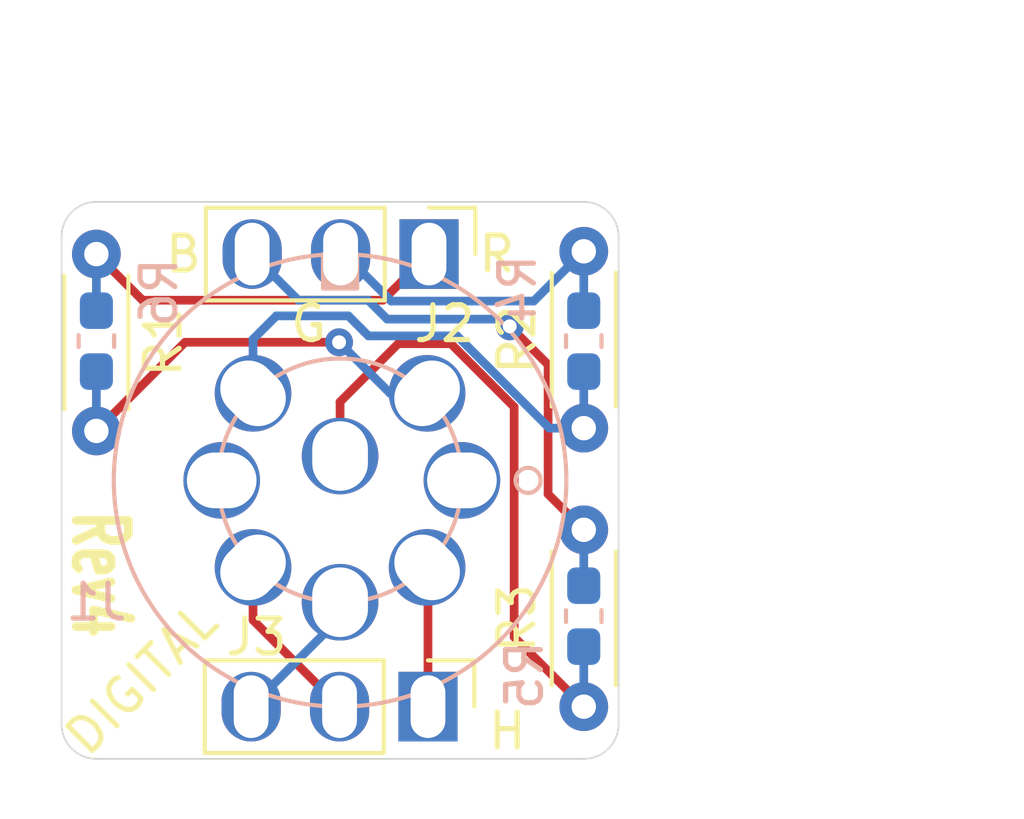
<source format=kicad_pcb>
(kicad_pcb (version 20171130) (host pcbnew "(5.1.6)-1")

  (general
    (thickness 1.6)
    (drawings 17)
    (tracks 47)
    (zones 0)
    (modules 9)
    (nets 10)
  )

  (page A4)
  (layers
    (0 F.Cu signal)
    (31 B.Cu signal)
    (32 B.Adhes user)
    (33 F.Adhes user)
    (34 B.Paste user)
    (35 F.Paste user)
    (36 B.SilkS user)
    (37 F.SilkS user)
    (38 B.Mask user)
    (39 F.Mask user)
    (40 Dwgs.User user)
    (41 Cmts.User user)
    (42 Eco1.User user)
    (43 Eco2.User user)
    (44 Edge.Cuts user)
    (45 Margin user)
    (46 B.CrtYd user)
    (47 F.CrtYd user)
    (48 B.Fab user)
    (49 F.Fab user)
  )

  (setup
    (last_trace_width 0.25)
    (trace_clearance 0.2)
    (zone_clearance 0.508)
    (zone_45_only no)
    (trace_min 0.2)
    (via_size 0.8)
    (via_drill 0.4)
    (via_min_size 0.4)
    (via_min_drill 0.3)
    (uvia_size 0.3)
    (uvia_drill 0.1)
    (uvias_allowed no)
    (uvia_min_size 0.2)
    (uvia_min_drill 0.1)
    (edge_width 0.05)
    (segment_width 0.2)
    (pcb_text_width 0.3)
    (pcb_text_size 1.5 1.5)
    (mod_edge_width 0.12)
    (mod_text_size 1 1)
    (mod_text_width 0.15)
    (pad_size 2 1.7)
    (pad_drill 1.8)
    (pad_to_mask_clearance 0.05)
    (aux_axis_origin 125 110)
    (grid_origin 125 110)
    (visible_elements 7FFFFFFF)
    (pcbplotparams
      (layerselection 0x010f0_ffffffff)
      (usegerberextensions true)
      (usegerberattributes true)
      (usegerberadvancedattributes true)
      (creategerberjobfile false)
      (excludeedgelayer true)
      (linewidth 0.100000)
      (plotframeref false)
      (viasonmask false)
      (mode 1)
      (useauxorigin false)
      (hpglpennumber 1)
      (hpglpenspeed 20)
      (hpglpendiameter 15.000000)
      (psnegative false)
      (psa4output false)
      (plotreference true)
      (plotvalue true)
      (plotinvisibletext false)
      (padsonsilk false)
      (subtractmaskfromsilk false)
      (outputformat 1)
      (mirror false)
      (drillshape 0)
      (scaleselection 1)
      (outputdirectory "gerber/"))
  )

  (net 0 "")
  (net 1 B)
  (net 2 R)
  (net 3 G)
  (net 4 V)
  (net 5 H)
  (net 6 GND)
  (net 7 "Net-(J1-Pad8)")
  (net 8 "Net-(J1-Pad6)")
  (net 9 "Net-(J1-Pad7)")

  (net_class Default "This is the default net class."
    (clearance 0.2)
    (trace_width 0.25)
    (via_dia 0.8)
    (via_drill 0.4)
    (uvia_dia 0.3)
    (uvia_drill 0.1)
    (add_net B)
    (add_net G)
    (add_net GND)
    (add_net H)
    (add_net "Net-(J1-Pad6)")
    (add_net "Net-(J1-Pad7)")
    (add_net "Net-(J1-Pad8)")
    (add_net R)
    (add_net V)
  )

  (module ryuk_lib:DIN8_PLG_PCB (layer B.Cu) (tedit 6287CCC0) (tstamp 62572B75)
    (at 133 102 180)
    (path /6256C9D1)
    (fp_text reference J1 (at 7 -3.5) (layer B.SilkS)
      (effects (font (size 1 1) (thickness 0.15)) (justify mirror))
    )
    (fp_text value DIGITAL (at 0 0.5) (layer B.Fab)
      (effects (font (size 1 1) (thickness 0.15)) (justify mirror))
    )
    (fp_poly (pts (xy 0.5 5.5) (xy -0.5 5.5) (xy -0.5 6.5) (xy 0.5 6.5)) (layer B.SilkS) (width 0.1))
    (fp_circle (center 0 0) (end 6.5 0) (layer B.SilkS) (width 0.12))
    (fp_circle (center 0 0) (end 3.5 0) (layer B.SilkS) (width 0.12))
    (fp_circle (center -5.4 0) (end -5.1 -0.2) (layer B.SilkS) (width 0.12))
    (pad 8 thru_hole circle (at 0 0.7 180) (size 2.2 2.2) (drill oval 1.6 2) (layers *.Cu *.Mask)
      (net 7 "Net-(J1-Pad8)"))
    (pad 6 thru_hole circle (at -2.5 2.5 135) (size 2.2 2.2) (drill oval 1.6 2) (layers *.Cu *.Mask)
      (net 8 "Net-(J1-Pad6)"))
    (pad 7 thru_hole circle (at 2.5 2.5 45) (size 2.2 2.2) (drill oval 1.6 2) (layers *.Cu *.Mask)
      (net 9 "Net-(J1-Pad7)"))
    (pad 5 thru_hole circle (at 2.5 -2.5 135) (size 2.2 2.2) (drill oval 1.6 2) (layers *.Cu *.Mask)
      (net 4 V))
    (pad 4 thru_hole circle (at -2.5 -2.5 45) (size 2.2 2.2) (drill oval 1.6 2) (layers *.Cu *.Mask)
      (net 5 H))
    (pad 2 thru_hole circle (at 0 -3.5 180) (size 2.2 2.2) (drill oval 1.6 2) (layers *.Cu *.Mask)
      (net 6 GND))
    (pad 1 thru_hole circle (at -3.5 0 90) (size 2.2 2.2) (drill oval 1.6 2) (layers *.Cu *.Mask))
    (pad 3 thru_hole circle (at 3.4 0 90) (size 2.2 2.2) (drill oval 1.6 2) (layers *.Cu *.Mask))
  )

  (module Resistor_THT:R_Axial_DIN0204_L3.6mm_D1.6mm_P5.08mm_Horizontal (layer F.Cu) (tedit 5AE5139B) (tstamp 62572BF7)
    (at 140 108.5 90)
    (descr "Resistor, Axial_DIN0204 series, Axial, Horizontal, pin pitch=5.08mm, 0.167W, length*diameter=3.6*1.6mm^2, http://cdn-reichelt.de/documents/datenblatt/B400/1_4W%23YAG.pdf")
    (tags "Resistor Axial_DIN0204 series Axial Horizontal pin pitch 5.08mm 0.167W length 3.6mm diameter 1.6mm")
    (path /62580A98)
    (fp_text reference R3 (at 2.54 -1.92 90) (layer F.SilkS)
      (effects (font (size 1 1) (thickness 0.15)))
    )
    (fp_text value 150R (at 2.54 1.92 90) (layer F.Fab)
      (effects (font (size 1 1) (thickness 0.15)))
    )
    (fp_line (start 6.03 -1.05) (end -0.95 -1.05) (layer F.CrtYd) (width 0.05))
    (fp_line (start 6.03 1.05) (end 6.03 -1.05) (layer F.CrtYd) (width 0.05))
    (fp_line (start -0.95 1.05) (end 6.03 1.05) (layer F.CrtYd) (width 0.05))
    (fp_line (start -0.95 -1.05) (end -0.95 1.05) (layer F.CrtYd) (width 0.05))
    (fp_line (start 0.62 0.92) (end 4.46 0.92) (layer F.SilkS) (width 0.12))
    (fp_line (start 0.62 -0.92) (end 4.46 -0.92) (layer F.SilkS) (width 0.12))
    (fp_line (start 5.08 0) (end 4.34 0) (layer F.Fab) (width 0.1))
    (fp_line (start 0 0) (end 0.74 0) (layer F.Fab) (width 0.1))
    (fp_line (start 4.34 -0.8) (end 0.74 -0.8) (layer F.Fab) (width 0.1))
    (fp_line (start 4.34 0.8) (end 4.34 -0.8) (layer F.Fab) (width 0.1))
    (fp_line (start 0.74 0.8) (end 4.34 0.8) (layer F.Fab) (width 0.1))
    (fp_line (start 0.74 -0.8) (end 0.74 0.8) (layer F.Fab) (width 0.1))
    (fp_text user %R (at 2.54 0 90) (layer F.Fab)
      (effects (font (size 0.72 0.72) (thickness 0.108)))
    )
    (pad 2 thru_hole oval (at 5.08 0 90) (size 1.4 1.4) (drill 0.7) (layers *.Cu *.Mask)
      (net 1 B))
    (pad 1 thru_hole circle (at 0 0 90) (size 1.4 1.4) (drill 0.7) (layers *.Cu *.Mask)
      (net 7 "Net-(J1-Pad8)"))
    (model ${KISYS3DMOD}/Resistor_THT.3dshapes/R_Axial_DIN0204_L3.6mm_D1.6mm_P5.08mm_Horizontal.wrl
      (at (xyz 0 0 0))
      (scale (xyz 1 1 1))
      (rotate (xyz 0 0 0))
    )
  )

  (module Resistor_THT:R_Axial_DIN0204_L3.6mm_D1.6mm_P5.08mm_Horizontal (layer F.Cu) (tedit 5AE5139B) (tstamp 62572BE0)
    (at 140 100.5 90)
    (descr "Resistor, Axial_DIN0204 series, Axial, Horizontal, pin pitch=5.08mm, 0.167W, length*diameter=3.6*1.6mm^2, http://cdn-reichelt.de/documents/datenblatt/B400/1_4W%23YAG.pdf")
    (tags "Resistor Axial_DIN0204 series Axial Horizontal pin pitch 5.08mm 0.167W length 3.6mm diameter 1.6mm")
    (path /625801CF)
    (fp_text reference R2 (at 2.54 -1.92 90) (layer F.SilkS)
      (effects (font (size 1 1) (thickness 0.15)))
    )
    (fp_text value 150R (at 2.54 1.92 90) (layer F.Fab)
      (effects (font (size 1 1) (thickness 0.15)))
    )
    (fp_line (start 6.03 -1.05) (end -0.95 -1.05) (layer F.CrtYd) (width 0.05))
    (fp_line (start 6.03 1.05) (end 6.03 -1.05) (layer F.CrtYd) (width 0.05))
    (fp_line (start -0.95 1.05) (end 6.03 1.05) (layer F.CrtYd) (width 0.05))
    (fp_line (start -0.95 -1.05) (end -0.95 1.05) (layer F.CrtYd) (width 0.05))
    (fp_line (start 0.62 0.92) (end 4.46 0.92) (layer F.SilkS) (width 0.12))
    (fp_line (start 0.62 -0.92) (end 4.46 -0.92) (layer F.SilkS) (width 0.12))
    (fp_line (start 5.08 0) (end 4.34 0) (layer F.Fab) (width 0.1))
    (fp_line (start 0 0) (end 0.74 0) (layer F.Fab) (width 0.1))
    (fp_line (start 4.34 -0.8) (end 0.74 -0.8) (layer F.Fab) (width 0.1))
    (fp_line (start 4.34 0.8) (end 4.34 -0.8) (layer F.Fab) (width 0.1))
    (fp_line (start 0.74 0.8) (end 4.34 0.8) (layer F.Fab) (width 0.1))
    (fp_line (start 0.74 -0.8) (end 0.74 0.8) (layer F.Fab) (width 0.1))
    (fp_text user %R (at 2.54 0 90) (layer F.Fab)
      (effects (font (size 0.72 0.72) (thickness 0.108)))
    )
    (pad 2 thru_hole oval (at 5.08 0 90) (size 1.4 1.4) (drill 0.7) (layers *.Cu *.Mask)
      (net 3 G))
    (pad 1 thru_hole circle (at 0 0 90) (size 1.4 1.4) (drill 0.7) (layers *.Cu *.Mask)
      (net 9 "Net-(J1-Pad7)"))
    (model ${KISYS3DMOD}/Resistor_THT.3dshapes/R_Axial_DIN0204_L3.6mm_D1.6mm_P5.08mm_Horizontal.wrl
      (at (xyz 0 0 0))
      (scale (xyz 1 1 1))
      (rotate (xyz 0 0 0))
    )
  )

  (module Resistor_THT:R_Axial_DIN0204_L3.6mm_D1.6mm_P5.08mm_Horizontal (layer F.Cu) (tedit 5AE5139B) (tstamp 62572BC9)
    (at 126 95.5 270)
    (descr "Resistor, Axial_DIN0204 series, Axial, Horizontal, pin pitch=5.08mm, 0.167W, length*diameter=3.6*1.6mm^2, http://cdn-reichelt.de/documents/datenblatt/B400/1_4W%23YAG.pdf")
    (tags "Resistor Axial_DIN0204 series Axial Horizontal pin pitch 5.08mm 0.167W length 3.6mm diameter 1.6mm")
    (path /6257F3C2)
    (fp_text reference R1 (at 2.54 -1.92 90) (layer F.SilkS)
      (effects (font (size 1 1) (thickness 0.15)))
    )
    (fp_text value 150R (at 2.54 1.92 90) (layer F.Fab)
      (effects (font (size 1 1) (thickness 0.15)))
    )
    (fp_line (start 6.03 -1.05) (end -0.95 -1.05) (layer F.CrtYd) (width 0.05))
    (fp_line (start 6.03 1.05) (end 6.03 -1.05) (layer F.CrtYd) (width 0.05))
    (fp_line (start -0.95 1.05) (end 6.03 1.05) (layer F.CrtYd) (width 0.05))
    (fp_line (start -0.95 -1.05) (end -0.95 1.05) (layer F.CrtYd) (width 0.05))
    (fp_line (start 0.62 0.92) (end 4.46 0.92) (layer F.SilkS) (width 0.12))
    (fp_line (start 0.62 -0.92) (end 4.46 -0.92) (layer F.SilkS) (width 0.12))
    (fp_line (start 5.08 0) (end 4.34 0) (layer F.Fab) (width 0.1))
    (fp_line (start 0 0) (end 0.74 0) (layer F.Fab) (width 0.1))
    (fp_line (start 4.34 -0.8) (end 0.74 -0.8) (layer F.Fab) (width 0.1))
    (fp_line (start 4.34 0.8) (end 4.34 -0.8) (layer F.Fab) (width 0.1))
    (fp_line (start 0.74 0.8) (end 4.34 0.8) (layer F.Fab) (width 0.1))
    (fp_line (start 0.74 -0.8) (end 0.74 0.8) (layer F.Fab) (width 0.1))
    (fp_text user %R (at 2.54 0 90) (layer F.Fab)
      (effects (font (size 0.72 0.72) (thickness 0.108)))
    )
    (pad 2 thru_hole oval (at 5.08 0 270) (size 1.4 1.4) (drill 0.7) (layers *.Cu *.Mask)
      (net 8 "Net-(J1-Pad6)"))
    (pad 1 thru_hole circle (at 0 0 270) (size 1.4 1.4) (drill 0.7) (layers *.Cu *.Mask)
      (net 2 R))
    (model ${KISYS3DMOD}/Resistor_THT.3dshapes/R_Axial_DIN0204_L3.6mm_D1.6mm_P5.08mm_Horizontal.wrl
      (at (xyz 0 0 0))
      (scale (xyz 1 1 1))
      (rotate (xyz 0 0 0))
    )
  )

  (module Resistor_SMD:R_0603_1608Metric_Pad1.05x0.95mm_HandSolder (layer B.Cu) (tedit 5B301BBD) (tstamp 62751DD8)
    (at 126 98 270)
    (descr "Resistor SMD 0603 (1608 Metric), square (rectangular) end terminal, IPC_7351 nominal with elongated pad for handsoldering. (Body size source: http://www.tortai-tech.com/upload/download/2011102023233369053.pdf), generated with kicad-footprint-generator")
    (tags "resistor handsolder")
    (path /62752F49)
    (attr smd)
    (fp_text reference R6 (at -1.4 -1.8 90) (layer B.SilkS)
      (effects (font (size 1 1) (thickness 0.15)) (justify mirror))
    )
    (fp_text value 150R (at 0 -1.43 90) (layer B.Fab)
      (effects (font (size 1 1) (thickness 0.15)) (justify mirror))
    )
    (fp_line (start 1.65 -0.73) (end -1.65 -0.73) (layer B.CrtYd) (width 0.05))
    (fp_line (start 1.65 0.73) (end 1.65 -0.73) (layer B.CrtYd) (width 0.05))
    (fp_line (start -1.65 0.73) (end 1.65 0.73) (layer B.CrtYd) (width 0.05))
    (fp_line (start -1.65 -0.73) (end -1.65 0.73) (layer B.CrtYd) (width 0.05))
    (fp_line (start -0.171267 -0.51) (end 0.171267 -0.51) (layer B.SilkS) (width 0.12))
    (fp_line (start -0.171267 0.51) (end 0.171267 0.51) (layer B.SilkS) (width 0.12))
    (fp_line (start 0.8 -0.4) (end -0.8 -0.4) (layer B.Fab) (width 0.1))
    (fp_line (start 0.8 0.4) (end 0.8 -0.4) (layer B.Fab) (width 0.1))
    (fp_line (start -0.8 0.4) (end 0.8 0.4) (layer B.Fab) (width 0.1))
    (fp_line (start -0.8 -0.4) (end -0.8 0.4) (layer B.Fab) (width 0.1))
    (fp_text user %R (at 0 0 90) (layer B.Fab)
      (effects (font (size 0.4 0.4) (thickness 0.06)) (justify mirror))
    )
    (pad 2 smd roundrect (at 0.875 0 270) (size 1.05 0.95) (layers B.Cu B.Paste B.Mask) (roundrect_rratio 0.25)
      (net 8 "Net-(J1-Pad6)"))
    (pad 1 smd roundrect (at -0.875 0 270) (size 1.05 0.95) (layers B.Cu B.Paste B.Mask) (roundrect_rratio 0.25)
      (net 2 R))
    (model ${KISYS3DMOD}/Resistor_SMD.3dshapes/R_0603_1608Metric.wrl
      (at (xyz 0 0 0))
      (scale (xyz 1 1 1))
      (rotate (xyz 0 0 0))
    )
  )

  (module Resistor_SMD:R_0603_1608Metric_Pad1.05x0.95mm_HandSolder (layer B.Cu) (tedit 5B301BBD) (tstamp 62751DC7)
    (at 140 105.9 90)
    (descr "Resistor SMD 0603 (1608 Metric), square (rectangular) end terminal, IPC_7351 nominal with elongated pad for handsoldering. (Body size source: http://www.tortai-tech.com/upload/download/2011102023233369053.pdf), generated with kicad-footprint-generator")
    (tags "resistor handsolder")
    (path /627523DF)
    (attr smd)
    (fp_text reference R5 (at -1.7 -1.7 90) (layer B.SilkS)
      (effects (font (size 1 1) (thickness 0.15)) (justify mirror))
    )
    (fp_text value 150R (at 0 -1.43 90) (layer B.Fab)
      (effects (font (size 1 1) (thickness 0.15)) (justify mirror))
    )
    (fp_line (start 1.65 -0.73) (end -1.65 -0.73) (layer B.CrtYd) (width 0.05))
    (fp_line (start 1.65 0.73) (end 1.65 -0.73) (layer B.CrtYd) (width 0.05))
    (fp_line (start -1.65 0.73) (end 1.65 0.73) (layer B.CrtYd) (width 0.05))
    (fp_line (start -1.65 -0.73) (end -1.65 0.73) (layer B.CrtYd) (width 0.05))
    (fp_line (start -0.171267 -0.51) (end 0.171267 -0.51) (layer B.SilkS) (width 0.12))
    (fp_line (start -0.171267 0.51) (end 0.171267 0.51) (layer B.SilkS) (width 0.12))
    (fp_line (start 0.8 -0.4) (end -0.8 -0.4) (layer B.Fab) (width 0.1))
    (fp_line (start 0.8 0.4) (end 0.8 -0.4) (layer B.Fab) (width 0.1))
    (fp_line (start -0.8 0.4) (end 0.8 0.4) (layer B.Fab) (width 0.1))
    (fp_line (start -0.8 -0.4) (end -0.8 0.4) (layer B.Fab) (width 0.1))
    (fp_text user %R (at 0 0 90) (layer B.Fab)
      (effects (font (size 0.4 0.4) (thickness 0.06)) (justify mirror))
    )
    (pad 2 smd roundrect (at 0.875 0 90) (size 1.05 0.95) (layers B.Cu B.Paste B.Mask) (roundrect_rratio 0.25)
      (net 1 B))
    (pad 1 smd roundrect (at -0.875 0 90) (size 1.05 0.95) (layers B.Cu B.Paste B.Mask) (roundrect_rratio 0.25)
      (net 7 "Net-(J1-Pad8)"))
    (model ${KISYS3DMOD}/Resistor_SMD.3dshapes/R_0603_1608Metric.wrl
      (at (xyz 0 0 0))
      (scale (xyz 1 1 1))
      (rotate (xyz 0 0 0))
    )
  )

  (module Resistor_SMD:R_0603_1608Metric_Pad1.05x0.95mm_HandSolder (layer B.Cu) (tedit 5B301BBD) (tstamp 62751DB6)
    (at 140 98 90)
    (descr "Resistor SMD 0603 (1608 Metric), square (rectangular) end terminal, IPC_7351 nominal with elongated pad for handsoldering. (Body size source: http://www.tortai-tech.com/upload/download/2011102023233369053.pdf), generated with kicad-footprint-generator")
    (tags "resistor handsolder")
    (path /627534F7)
    (attr smd)
    (fp_text reference R4 (at 1.5 -1.9 270) (layer B.SilkS)
      (effects (font (size 1 1) (thickness 0.15)) (justify mirror))
    )
    (fp_text value 150R (at 0 -1.43 270) (layer B.Fab)
      (effects (font (size 1 1) (thickness 0.15)) (justify mirror))
    )
    (fp_line (start 1.65 -0.73) (end -1.65 -0.73) (layer B.CrtYd) (width 0.05))
    (fp_line (start 1.65 0.73) (end 1.65 -0.73) (layer B.CrtYd) (width 0.05))
    (fp_line (start -1.65 0.73) (end 1.65 0.73) (layer B.CrtYd) (width 0.05))
    (fp_line (start -1.65 -0.73) (end -1.65 0.73) (layer B.CrtYd) (width 0.05))
    (fp_line (start -0.171267 -0.51) (end 0.171267 -0.51) (layer B.SilkS) (width 0.12))
    (fp_line (start -0.171267 0.51) (end 0.171267 0.51) (layer B.SilkS) (width 0.12))
    (fp_line (start 0.8 -0.4) (end -0.8 -0.4) (layer B.Fab) (width 0.1))
    (fp_line (start 0.8 0.4) (end 0.8 -0.4) (layer B.Fab) (width 0.1))
    (fp_line (start -0.8 0.4) (end 0.8 0.4) (layer B.Fab) (width 0.1))
    (fp_line (start -0.8 -0.4) (end -0.8 0.4) (layer B.Fab) (width 0.1))
    (fp_text user %R (at 0 0 270) (layer B.Fab)
      (effects (font (size 0.4 0.4) (thickness 0.06)) (justify mirror))
    )
    (pad 2 smd roundrect (at 0.875 0 90) (size 1.05 0.95) (layers B.Cu B.Paste B.Mask) (roundrect_rratio 0.25)
      (net 3 G))
    (pad 1 smd roundrect (at -0.875 0 90) (size 1.05 0.95) (layers B.Cu B.Paste B.Mask) (roundrect_rratio 0.25)
      (net 9 "Net-(J1-Pad7)"))
    (model ${KISYS3DMOD}/Resistor_SMD.3dshapes/R_0603_1608Metric.wrl
      (at (xyz 0 0 0))
      (scale (xyz 1 1 1))
      (rotate (xyz 0 0 0))
    )
  )

  (module Connector_PinHeader_2.54mm:PinHeader_1x03_P2.54mm_Vertical (layer F.Cu) (tedit 6287CD26) (tstamp 62631DE2)
    (at 135.525 108.5 270)
    (descr "Through hole straight pin header, 1x03, 2.54mm pitch, single row")
    (tags "Through hole pin header THT 1x03 2.54mm single row")
    (path /6263D794)
    (fp_text reference J3 (at -2 4.925 180) (layer F.SilkS)
      (effects (font (size 1 1) (thickness 0.15)))
    )
    (fp_text value TO_VGA2 (at 0 7.41 90) (layer F.Fab)
      (effects (font (size 1 1) (thickness 0.15)))
    )
    (fp_line (start -0.635 -1.27) (end 1.27 -1.27) (layer F.Fab) (width 0.1))
    (fp_line (start 1.27 -1.27) (end 1.27 6.35) (layer F.Fab) (width 0.1))
    (fp_line (start 1.27 6.35) (end -1.27 6.35) (layer F.Fab) (width 0.1))
    (fp_line (start -1.27 6.35) (end -1.27 -0.635) (layer F.Fab) (width 0.1))
    (fp_line (start -1.27 -0.635) (end -0.635 -1.27) (layer F.Fab) (width 0.1))
    (fp_line (start -1.33 6.41) (end 1.33 6.41) (layer F.SilkS) (width 0.12))
    (fp_line (start -1.33 1.27) (end -1.33 6.41) (layer F.SilkS) (width 0.12))
    (fp_line (start 1.33 1.27) (end 1.33 6.41) (layer F.SilkS) (width 0.12))
    (fp_line (start -1.33 1.27) (end 1.33 1.27) (layer F.SilkS) (width 0.12))
    (fp_line (start -1.33 0) (end -1.33 -1.33) (layer F.SilkS) (width 0.12))
    (fp_line (start -1.33 -1.33) (end 0 -1.33) (layer F.SilkS) (width 0.12))
    (fp_line (start -1.8 -1.8) (end -1.8 6.85) (layer F.CrtYd) (width 0.05))
    (fp_line (start -1.8 6.85) (end 1.8 6.85) (layer F.CrtYd) (width 0.05))
    (fp_line (start 1.8 6.85) (end 1.8 -1.8) (layer F.CrtYd) (width 0.05))
    (fp_line (start 1.8 -1.8) (end -1.8 -1.8) (layer F.CrtYd) (width 0.05))
    (fp_text user %R (at 0 2.54) (layer F.Fab)
      (effects (font (size 1 1) (thickness 0.15)))
    )
    (pad 3 thru_hole oval (at 0 5.08 270) (size 2 1.7) (drill oval 1.8 1) (layers *.Cu *.Mask)
      (net 6 GND))
    (pad 2 thru_hole oval (at 0 2.54 270) (size 2 1.7) (drill oval 1.8 1) (layers *.Cu *.Mask)
      (net 4 V))
    (pad 1 thru_hole rect (at 0 0 270) (size 2 1.7) (drill oval 1.8 1) (layers *.Cu *.Mask)
      (net 5 H))
    (model ${KISYS3DMOD}/Connector_PinHeader_2.54mm.3dshapes/PinHeader_1x03_P2.54mm_Vertical.wrl
      (at (xyz 0 0 0))
      (scale (xyz 1 1 1))
      (rotate (xyz 0 0 0))
    )
  )

  (module Connector_PinHeader_2.54mm:PinHeader_1x03_P2.54mm_Vertical (layer F.Cu) (tedit 6287CCF8) (tstamp 62631DCB)
    (at 135.555 95.5 270)
    (descr "Through hole straight pin header, 1x03, 2.54mm pitch, single row")
    (tags "Through hole pin header THT 1x03 2.54mm single row")
    (path /6263C9B5)
    (fp_text reference J2 (at 2 -0.445 180) (layer F.SilkS)
      (effects (font (size 1 1) (thickness 0.15)))
    )
    (fp_text value TO_VGA1 (at 0 7.41 90) (layer F.Fab)
      (effects (font (size 1 1) (thickness 0.15)))
    )
    (fp_line (start -0.635 -1.27) (end 1.27 -1.27) (layer F.Fab) (width 0.1))
    (fp_line (start 1.27 -1.27) (end 1.27 6.35) (layer F.Fab) (width 0.1))
    (fp_line (start 1.27 6.35) (end -1.27 6.35) (layer F.Fab) (width 0.1))
    (fp_line (start -1.27 6.35) (end -1.27 -0.635) (layer F.Fab) (width 0.1))
    (fp_line (start -1.27 -0.635) (end -0.635 -1.27) (layer F.Fab) (width 0.1))
    (fp_line (start -1.33 6.41) (end 1.33 6.41) (layer F.SilkS) (width 0.12))
    (fp_line (start -1.33 1.27) (end -1.33 6.41) (layer F.SilkS) (width 0.12))
    (fp_line (start 1.33 1.27) (end 1.33 6.41) (layer F.SilkS) (width 0.12))
    (fp_line (start -1.33 1.27) (end 1.33 1.27) (layer F.SilkS) (width 0.12))
    (fp_line (start -1.33 0) (end -1.33 -1.33) (layer F.SilkS) (width 0.12))
    (fp_line (start -1.33 -1.33) (end 0 -1.33) (layer F.SilkS) (width 0.12))
    (fp_line (start -1.8 -1.8) (end -1.8 6.85) (layer F.CrtYd) (width 0.05))
    (fp_line (start -1.8 6.85) (end 1.8 6.85) (layer F.CrtYd) (width 0.05))
    (fp_line (start 1.8 6.85) (end 1.8 -1.8) (layer F.CrtYd) (width 0.05))
    (fp_line (start 1.8 -1.8) (end -1.8 -1.8) (layer F.CrtYd) (width 0.05))
    (fp_text user %R (at 0 2.54) (layer F.Fab)
      (effects (font (size 1 1) (thickness 0.15)))
    )
    (pad 3 thru_hole oval (at 0 5.08 270) (size 2 1.7) (drill oval 1.8 1) (layers *.Cu *.Mask)
      (net 1 B))
    (pad 2 thru_hole oval (at 0 2.54 270) (size 2 1.7) (drill oval 1.8 1) (layers *.Cu *.Mask)
      (net 3 G))
    (pad 1 thru_hole rect (at 0 0 270) (size 2 1.7) (drill oval 1.8 1) (layers *.Cu *.Mask)
      (net 2 R))
    (model ${KISYS3DMOD}/Connector_PinHeader_2.54mm.3dshapes/PinHeader_1x03_P2.54mm_Vertical.wrl
      (at (xyz 0 0 0))
      (scale (xyz 1 1 1))
      (rotate (xyz 0 0 0))
    )
  )

  (gr_text H (at 137.8 109.2) (layer F.SilkS) (tstamp 6288343B)
    (effects (font (size 1 1) (thickness 0.15)))
  )
  (gr_text B (at 128.5 95.5) (layer F.SilkS) (tstamp 6288340E)
    (effects (font (size 1 1) (thickness 0.15)))
  )
  (gr_text R (at 137.5 95.5) (layer F.SilkS) (tstamp 6288340C)
    (effects (font (size 1 1) (thickness 0.15)))
  )
  (gr_text G (at 132.1 97.5) (layer F.SilkS) (tstamp 62883409)
    (effects (font (size 1 1) (thickness 0.15)))
  )
  (gr_text Rev4 (at 126.1 104.7 270) (layer F.SilkS) (tstamp 6275225C)
    (effects (font (size 1.5 1) (thickness 0.25)))
  )
  (gr_arc (start 126 109) (end 125 109) (angle -90) (layer Edge.Cuts) (width 0.05))
  (gr_arc (start 126 95) (end 126 94) (angle -90) (layer Edge.Cuts) (width 0.05))
  (gr_arc (start 140 95) (end 141 95) (angle -90) (layer Edge.Cuts) (width 0.05))
  (gr_arc (start 140 109) (end 140 110) (angle -90) (layer Edge.Cuts) (width 0.05))
  (gr_line (start 126 94) (end 140 94) (layer Edge.Cuts) (width 0.05) (tstamp 626487CA))
  (gr_line (start 125 109) (end 125 95) (layer Edge.Cuts) (width 0.05))
  (gr_line (start 140 110) (end 126 110) (layer Edge.Cuts) (width 0.05))
  (gr_line (start 141 95) (end 141 109) (layer Edge.Cuts) (width 0.05))
  (dimension 8 (width 0.15) (layer Dwgs.User)
    (gr_text "8.000 mm" (at 151.3 106 90) (layer Dwgs.User)
      (effects (font (size 1 1) (thickness 0.15)))
    )
    (feature1 (pts (xy 141 102) (xy 150.586421 102)))
    (feature2 (pts (xy 141 110) (xy 150.586421 110)))
    (crossbar (pts (xy 150 110) (xy 150 102)))
    (arrow1a (pts (xy 150 102) (xy 150.586421 103.126504)))
    (arrow1b (pts (xy 150 102) (xy 149.413579 103.126504)))
    (arrow2a (pts (xy 150 110) (xy 150.586421 108.873496)))
    (arrow2b (pts (xy 150 110) (xy 149.413579 108.873496)))
  )
  (dimension 16 (width 0.15) (layer Dwgs.User)
    (gr_text "16.000 mm" (at 133 88.9) (layer Dwgs.User)
      (effects (font (size 1 1) (thickness 0.15)))
    )
    (feature1 (pts (xy 125 94) (xy 125 89.613579)))
    (feature2 (pts (xy 141 94) (xy 141 89.613579)))
    (crossbar (pts (xy 141 90.2) (xy 125 90.2)))
    (arrow1a (pts (xy 125 90.2) (xy 126.126504 89.613579)))
    (arrow1b (pts (xy 125 90.2) (xy 126.126504 90.786421)))
    (arrow2a (pts (xy 141 90.2) (xy 139.873496 89.613579)))
    (arrow2b (pts (xy 141 90.2) (xy 139.873496 90.786421)))
  )
  (dimension 16 (width 0.15) (layer Dwgs.User)
    (gr_text "16.000 mm" (at 145.9 102 270) (layer Dwgs.User)
      (effects (font (size 1 1) (thickness 0.15)))
    )
    (feature1 (pts (xy 141 110) (xy 145.186421 110)))
    (feature2 (pts (xy 141 94) (xy 145.186421 94)))
    (crossbar (pts (xy 144.6 94) (xy 144.6 110)))
    (arrow1a (pts (xy 144.6 110) (xy 144.013579 108.873496)))
    (arrow1b (pts (xy 144.6 110) (xy 145.186421 108.873496)))
    (arrow2a (pts (xy 144.6 94) (xy 144.013579 95.126504)))
    (arrow2b (pts (xy 144.6 94) (xy 145.186421 95.126504)))
  )
  (gr_text DIGITAL (at 127.3 107.7 45) (layer F.SilkS)
    (effects (font (size 1 1) (thickness 0.15)))
  )

  (segment (start 140 105.025) (end 140 103.42) (width 0.25) (layer B.Cu) (net 1))
  (segment (start 140 103.42) (end 138.974999 102.394999) (width 0.25) (layer F.Cu) (net 1))
  (segment (start 133.808597 96.82501) (end 134.352106 97.368519) (width 0.25) (layer B.Cu) (net 1))
  (segment (start 138.974999 98.677011) (end 137.872987 97.574999) (width 0.25) (layer F.Cu) (net 1))
  (segment (start 137.666507 97.368519) (end 137.872987 97.574999) (width 0.25) (layer B.Cu) (net 1))
  (segment (start 134.352106 97.368519) (end 137.666507 97.368519) (width 0.25) (layer B.Cu) (net 1))
  (segment (start 130.475 95.5) (end 131.80001 96.82501) (width 0.25) (layer B.Cu) (net 1))
  (via (at 137.872987 97.574999) (size 0.8) (drill 0.4) (layers F.Cu B.Cu) (net 1))
  (segment (start 138.974999 102.394999) (end 138.974999 98.677011) (width 0.25) (layer F.Cu) (net 1))
  (segment (start 131.80001 96.82501) (end 133.808597 96.82501) (width 0.25) (layer B.Cu) (net 1))
  (segment (start 126 97.125) (end 126 95.5) (width 0.25) (layer B.Cu) (net 2))
  (segment (start 134.22999 96.82501) (end 135.555 95.5) (width 0.25) (layer F.Cu) (net 2))
  (segment (start 127.32501 96.82501) (end 134.22999 96.82501) (width 0.25) (layer F.Cu) (net 2))
  (segment (start 126 95.5) (end 127.32501 96.82501) (width 0.25) (layer F.Cu) (net 2))
  (segment (start 140 97.125) (end 140 95.42) (width 0.25) (layer B.Cu) (net 3))
  (segment (start 138.56351 96.849989) (end 139.993499 95.42) (width 0.25) (layer B.Cu) (net 3))
  (segment (start 139.993499 95.42) (end 140 95.42) (width 0.25) (layer B.Cu) (net 3))
  (segment (start 134.469986 96.849989) (end 138.56351 96.849989) (width 0.25) (layer B.Cu) (net 3))
  (segment (start 133.015 95.5) (end 133.119997 95.5) (width 0.25) (layer B.Cu) (net 3))
  (segment (start 133.119997 95.5) (end 134.469986 96.849989) (width 0.25) (layer B.Cu) (net 3))
  (segment (start 130.5 106.015) (end 130.5 104.5) (width 0.25) (layer F.Cu) (net 4))
  (segment (start 132.985 108.5) (end 130.5 106.015) (width 0.25) (layer F.Cu) (net 4))
  (segment (start 135.525 104.525) (end 135.5 104.5) (width 0.25) (layer F.Cu) (net 5))
  (segment (start 135.525 108.5) (end 135.525 104.525) (width 0.25) (layer F.Cu) (net 5))
  (segment (start 133 105.945) (end 133 105.5) (width 0.25) (layer B.Cu) (net 6))
  (segment (start 130.445 108.5) (end 133 105.945) (width 0.25) (layer B.Cu) (net 6))
  (segment (start 136.184001 98.074999) (end 138 99.890998) (width 0.25) (layer F.Cu) (net 7))
  (segment (start 134.669367 98.074999) (end 136.184001 98.074999) (width 0.25) (layer F.Cu) (net 7))
  (segment (start 133 101.3) (end 133 99.744366) (width 0.25) (layer F.Cu) (net 7))
  (segment (start 133 99.744366) (end 134.669367 98.074999) (width 0.25) (layer F.Cu) (net 7))
  (segment (start 138 106.5) (end 140 108.5) (width 0.25) (layer F.Cu) (net 7))
  (segment (start 138 99.890998) (end 138 106.5) (width 0.25) (layer F.Cu) (net 7))
  (segment (start 140 106.775) (end 140 108.5) (width 0.25) (layer B.Cu) (net 7))
  (segment (start 126 98.875) (end 126 100.58) (width 0.25) (layer B.Cu) (net 8))
  (segment (start 128.547167 98.032833) (end 132.971103 98.032833) (width 0.25) (layer F.Cu) (net 8))
  (via (at 132.971103 98.032833) (size 0.8) (drill 0.4) (layers F.Cu B.Cu) (net 8))
  (segment (start 135.5 99.5) (end 134.43827 99.5) (width 0.25) (layer B.Cu) (net 8))
  (segment (start 126 100.58) (end 128.547167 98.032833) (width 0.25) (layer F.Cu) (net 8))
  (segment (start 134.43827 99.5) (end 132.971103 98.032833) (width 0.25) (layer B.Cu) (net 8))
  (segment (start 140 98.875) (end 140 100.5) (width 0.25) (layer B.Cu) (net 9))
  (segment (start 130.5 99.5) (end 130.5 97.944366) (width 0.25) (layer B.Cu) (net 9))
  (segment (start 133.23861 97.275021) (end 133.8136 97.850011) (width 0.25) (layer B.Cu) (net 9))
  (segment (start 130.5 97.944366) (end 131.169345 97.275021) (width 0.25) (layer B.Cu) (net 9))
  (segment (start 131.169345 97.275021) (end 133.23861 97.275021) (width 0.25) (layer B.Cu) (net 9))
  (segment (start 139.010051 100.5) (end 140 100.5) (width 0.25) (layer B.Cu) (net 9))
  (segment (start 136.360062 97.850011) (end 139.010051 100.5) (width 0.25) (layer B.Cu) (net 9))
  (segment (start 133.8136 97.850011) (end 136.360062 97.850011) (width 0.25) (layer B.Cu) (net 9))

)

</source>
